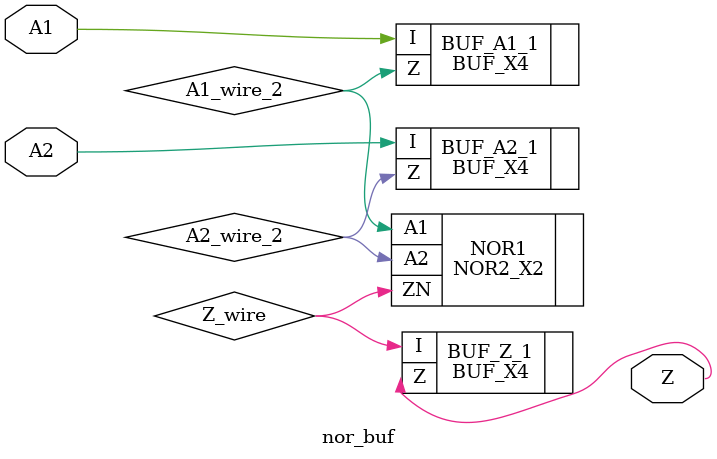
<source format=v>
/*
###############################################################
#  Generated by:      Cadence Innovus 19.11-s128_1
#  OS:                Linux x86_64(Host ID asic.ecs.tuwien.ac.at)
#  Generated on:      Fri Apr 16 09:24:46 2021
#  Design:            nor_buf
#  Command:           write_netlist nor_buf_post.v
###############################################################
*/
// Generated by Cadence Genus(TM) Synthesis Solution 19.11-s087_1
// Generated on: Apr 16 2021 09:23:57 CEST (Apr 16 2021 07:23:57 UTC)
// Verification Directory fv/nor_buf 
module nor_buf (
	A1, 
	A2, 
	Z);
   input A1;
   input A2;
   output Z;

   // Internal wires
   wire A1_wire_2;
   wire A2_wire_2;
   wire Z_wire;

   BUF_X4 BUF_A1_1 (.I(A1),
	.Z(A1_wire_2));
   BUF_X4 BUF_A2_1 (.I(A2),
	.Z(A2_wire_2));
   BUF_X4 BUF_Z_1 (.I(Z_wire),
	.Z(Z));
   NOR2_X2 NOR1 (.A1(A1_wire_2),
	.A2(A2_wire_2),
	.ZN(Z_wire));
endmodule


</source>
